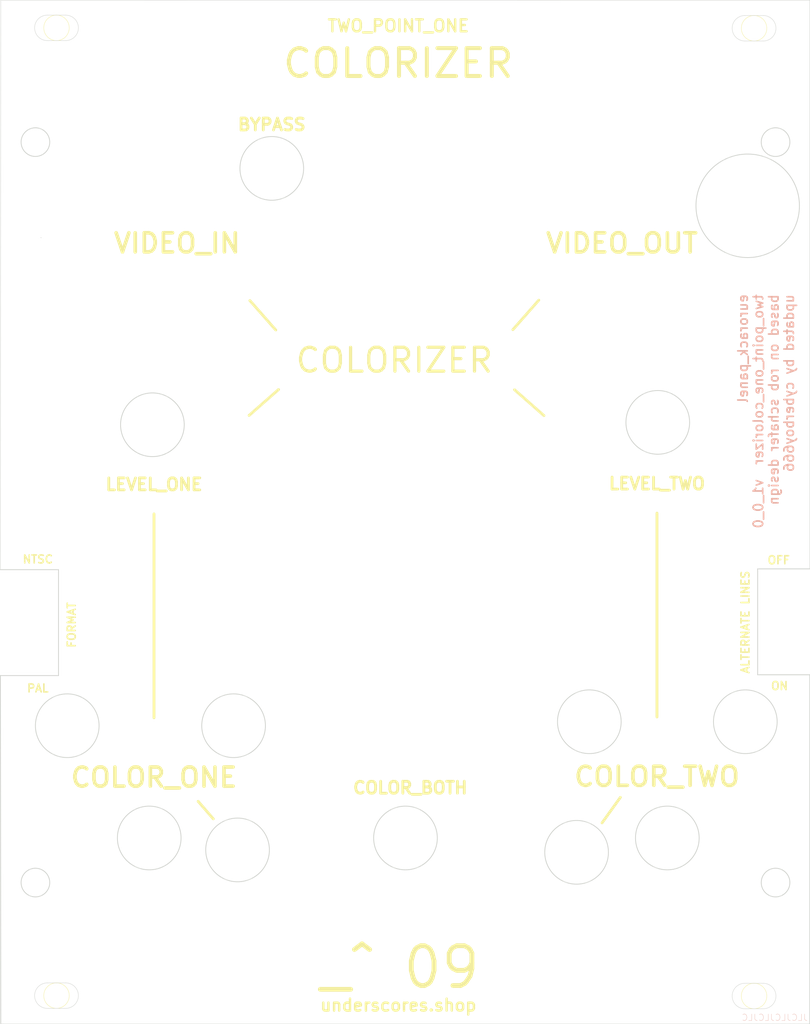
<source format=kicad_pcb>
(kicad_pcb (version 20221018) (generator pcbnew)

  (general
    (thickness 1.6)
  )

  (paper "A4")
  (layers
    (0 "F.Cu" signal)
    (31 "B.Cu" signal)
    (32 "B.Adhes" user "B.Adhesive")
    (33 "F.Adhes" user "F.Adhesive")
    (34 "B.Paste" user)
    (35 "F.Paste" user)
    (36 "B.SilkS" user "B.Silkscreen")
    (37 "F.SilkS" user "F.Silkscreen")
    (38 "B.Mask" user)
    (39 "F.Mask" user)
    (40 "Dwgs.User" user "User.Drawings")
    (41 "Cmts.User" user "User.Comments")
    (42 "Eco1.User" user "User.Eco1")
    (43 "Eco2.User" user "User.Eco2")
    (44 "Edge.Cuts" user)
    (45 "Margin" user)
    (46 "B.CrtYd" user "B.Courtyard")
    (47 "F.CrtYd" user "F.Courtyard")
    (48 "B.Fab" user)
    (49 "F.Fab" user)
    (50 "User.1" user)
    (51 "User.2" user)
    (52 "User.3" user)
    (53 "User.4" user)
    (54 "User.5" user)
    (55 "User.6" user)
    (56 "User.7" user)
    (57 "User.8" user)
    (58 "User.9" user)
  )

  (setup
    (pad_to_mask_clearance 0)
    (pcbplotparams
      (layerselection 0x00010fc_ffffffff)
      (plot_on_all_layers_selection 0x0000000_00000000)
      (disableapertmacros false)
      (usegerberextensions false)
      (usegerberattributes true)
      (usegerberadvancedattributes true)
      (creategerberjobfile true)
      (dashed_line_dash_ratio 12.000000)
      (dashed_line_gap_ratio 3.000000)
      (svgprecision 6)
      (plotframeref false)
      (viasonmask false)
      (mode 1)
      (useauxorigin false)
      (hpglpennumber 1)
      (hpglpenspeed 20)
      (hpglpendiameter 15.000000)
      (dxfpolygonmode true)
      (dxfimperialunits true)
      (dxfusepcbnewfont true)
      (psnegative false)
      (psa4output false)
      (plotreference true)
      (plotvalue true)
      (plotinvisibletext false)
      (sketchpadsonfab false)
      (subtractmaskfromsilk false)
      (outputformat 1)
      (mirror false)
      (drillshape 0)
      (scaleselection 1)
      (outputdirectory "two_point_one_colorizer_v4_1_0_eurorack_panel_mk_i")
    )
  )

  (net 0 "")

  (gr_line (start 88.55 136.5) (end 86.65 134.3)
    (stroke (width 0.35) (type solid)) (layer "F.SilkS") (tstamp 2b4db21a-e2df-4860-a681-8d2fac4ca585))
  (gr_line (start 96.75 82.575) (end 93.05 85.825)
    (stroke (width 0.35) (type solid)) (layer "F.SilkS") (tstamp 5461d874-c19d-476e-a839-f5c82422a2f7))
  (gr_line (start 96.4 75.1) (end 93.15 71.4)
    (stroke (width 0.35) (type solid)) (layer "F.SilkS") (tstamp 76a6028d-09ac-42ab-bb2f-3a230d75b03d))
  (gr_circle (center 68.85 158.7) (end 70.45 158.7)
    (stroke (width 0.05) (type solid)) (fill none) (layer "F.SilkS") (tstamp 7fd8f84b-205b-49ec-881c-e465d79b922e))
  (gr_circle (center 68.85 37.15) (end 70.45 37.15)
    (stroke (width 0.05) (type solid)) (fill none) (layer "F.SilkS") (tstamp 81dfdc5a-b578-44b4-a576-203199afcc54))
  (gr_circle (center 156.5 158.75) (end 158.1 158.75)
    (stroke (width 0.05) (type solid)) (fill none) (layer "F.SilkS") (tstamp 93495cd1-2d04-4be4-b725-afab8a726ee8))
  (gr_line (start 137.4 137) (end 139.7 133.8)
    (stroke (width 0.35) (type solid)) (layer "F.SilkS") (tstamp ae12f120-45c7-4ce4-b0b2-5e65415a6622))
  (gr_line (start 144.3 98.1) (end 144.3 123.7)
    (stroke (width 0.35) (type solid)) (layer "F.SilkS") (tstamp ae5d28a1-bd38-4448-bf99-0f57d85b9e56))
  (gr_line (start 130.1 85.85) (end 126.4 82.6)
    (stroke (width 0.35) (type solid)) (layer "F.SilkS") (tstamp b4f109d1-719e-4c42-ad47-bd472cbc8f90))
  (gr_circle (center 156.5 37.2) (end 158.1 37.2)
    (stroke (width 0.05) (type solid)) (fill none) (layer "F.SilkS") (tstamp bd81905f-68ba-4a08-9f3a-d1cf8ff1546c))
  (gr_line (start 81.1 98.2) (end 81.1 123.8)
    (stroke (width 0.35) (type solid)) (layer "F.SilkS") (tstamp d247182c-7001-4eb9-96cc-65cadbc8f322))
  (gr_line (start 129.45 71.35) (end 126.2 75.05)
    (stroke (width 0.35) (type solid)) (layer "F.SilkS") (tstamp d8e6b331-5dde-45ee-8651-ee6d21332655))
  (gr_line (start 70 160.3) (end 67.7 160.3)
    (stroke (width 0.05) (type solid)) (layer "Edge.Cuts") (tstamp 125b539f-d751-4df1-84a9-ee497d158959))
  (gr_line (start 70 157.1) (end 67.7 157.1)
    (stroke (width 0.05) (type solid)) (layer "Edge.Cuts") (tstamp 186b6bd2-20f5-4eed-914b-64553ec9f89d))
  (gr_line (start 157.65 160.35) (end 155.35 160.35)
    (stroke (width 0.05) (type solid)) (layer "Edge.Cuts") (tstamp 1e03a439-99ac-429b-b1a8-858d710b74f6))
  (gr_arc (start 67.7 38.75) (mid 66.1 37.15) (end 67.7 35.55)
    (stroke (width 0.05) (type solid)) (layer "Edge.Cuts") (tstamp 2076af26-f211-4823-bf92-81c25260b6a0))
  (gr_line (start 70 35.55) (end 67.7 35.55)
    (stroke (width 0.05) (type solid)) (layer "Edge.Cuts") (tstamp 2087ea6f-da6b-414c-8644-1db3c8d5eff8))
  (gr_circle (center 91.6 140.4) (end 95.6 140.4)
    (stroke (width 0.1) (type solid)) (fill none) (layer "Edge.Cuts") (tstamp 20b480c6-7aa4-407f-be62-33f3e152c5d1))
  (gr_line (start 163.5 105.1) (end 163.5 33.682234)
    (stroke (width 0.05) (type solid)) (layer "Edge.Cuts") (tstamp 2f74c48d-0638-49da-90ef-97e2515467ab))
  (gr_line (start 157.65 38.8) (end 155.35 38.8)
    (stroke (width 0.05) (type solid)) (layer "Edge.Cuts") (tstamp 3154abed-93cd-4892-97be-08d82383ffd2))
  (gr_circle (center 135.8 124.3) (end 139.8 124.3)
    (stroke (width 0.1) (type solid)) (fill none) (layer "Edge.Cuts") (tstamp 3bc86c6a-a91e-44dd-9c56-c78b6951ec45))
  (gr_circle (center 70.2 124.8) (end 74.2 124.8)
    (stroke (width 0.1) (type solid)) (fill none) (layer "Edge.Cuts") (tstamp 3d89fe31-9332-4c04-a5eb-d8c281575444))
  (gr_circle (center 112.7 138.9) (end 116.7 138.9)
    (stroke (width 0.1) (type solid)) (fill none) (layer "Edge.Cuts") (tstamp 4a2a9943-f078-4082-9c7b-d4415012537f))
  (gr_circle (center 66.2 144.5) (end 68 144.5)
    (stroke (width 0.1) (type solid)) (fill none) (layer "Edge.Cuts") (tstamp 4b2511e8-acdf-4721-bcbd-d333eae706f6))
  (gr_circle (center 145.6 138.9) (end 149.6 138.9)
    (stroke (width 0.1) (type solid)) (fill none) (layer "Edge.Cuts") (tstamp 521523c9-a3f7-4832-82b9-1b9e5086b88e))
  (gr_circle (center 155.4 124.3) (end 159.4 124.3)
    (stroke (width 0.1) (type solid)) (fill none) (layer "Edge.Cuts") (tstamp 5b643d9a-0150-4d8f-a547-06a6b4c904d7))
  (gr_line (start 156.95 105.1) (end 156.95 118.4)
    (stroke (width 0.1) (type solid)) (layer "Edge.Cuts") (tstamp 5bd9cc6d-43ad-4e0b-88a0-9388db22ad17))
  (gr_circle (center 134.2 140.7) (end 138.2 140.7)
    (stroke (width 0.1) (type solid)) (fill none) (layer "Edge.Cuts") (tstamp 5ef2a1e1-e9a9-4407-91b1-9828d3cffa15))
  (gr_circle (center 80.9 87) (end 84.9 87)
    (stroke (width 0.1) (type solid)) (fill none) (layer "Edge.Cuts") (tstamp 6639001a-a7dc-4171-8f44-631887acc781))
  (gr_line (start 163.5 118.4) (end 163.5 162.25)
    (stroke (width 0.1) (type solid)) (layer "Edge.Cuts") (tstamp 68c886a6-1d99-4c92-8449-443fa0be43fe))
  (gr_circle (center 80.5 138.9) (end 84.5 138.9)
    (stroke (width 0.1) (type solid)) (fill none) (layer "Edge.Cuts") (tstamp 69649ef1-dcdc-4828-913d-8d58f72f20c8))
  (gr_circle (center 159.2 144.5) (end 161 144.5)
    (stroke (width 0.1) (type solid)) (fill none) (layer "Edge.Cuts") (tstamp 77b5e586-744a-4400-95b4-0d9e7215f9ce))
  (gr_circle (center 91.1 124.8) (end 95.1 124.8)
    (stroke (width 0.1) (type solid)) (fill none) (layer "Edge.Cuts") (tstamp 7cdff068-4224-4930-8713-dd3301bda742))
  (gr_line (start 61.8 118.5) (end 61.85 162.25)
    (stroke (width 0.1) (type solid)) (layer "Edge.Cuts") (tstamp 804bc2b0-6e5f-4663-8351-81c9b8afc8cf))
  (gr_line (start 69.1 105.2) (end 69.1 118.5)
    (stroke (width 0.1) (type solid)) (layer "Edge.Cuts") (tstamp 80aa89fc-2333-44ef-8136-f283a93c16da))
  (gr_line (start 61.8 105.2) (end 69.1 105.2)
    (stroke (width 0.1) (type solid)) (layer "Edge.Cuts") (tstamp 82c58a53-48ce-46be-8f7e-7bbeb0b3bcf7))
  (gr_arc (start 157.65 35.6) (mid 159.25 37.2) (end 157.65 38.8)
    (stroke (width 0.05) (type solid)) (layer "Edge.Cuts") (tstamp 93dab433-ccef-4d8e-bdd6-35b438226872))
  (gr_line (start 61.85 33.675) (end 163.5 33.682234)
    (stroke (width 0.05) (type solid)) (layer "Edge.Cuts") (tstamp ae142e73-79e5-47e2-960e-3468f4f4e5bb))
  (gr_circle (center 159.2 51.5) (end 161 51.5)
    (stroke (width 0.1) (type solid)) (fill none) (layer "Edge.Cuts") (tstamp b1d87c1e-a460-4977-8d34-9040dcd20930))
  (gr_arc (start 70 35.55) (mid 71.6 37.15) (end 70 38.75)
    (stroke (width 0.05) (type solid)) (layer "Edge.Cuts") (tstamp ba46fa1a-3e0b-4b6a-8aa3-333e8cd8c23d))
  (gr_line (start 163.5 105.1) (end 156.95 105.1)
    (stroke (width 0.1) (type solid)) (layer "Edge.Cuts") (tstamp be891537-cecd-4bd2-8312-f43fbe853290))
  (gr_circle (center 144.4 86.7) (end 148.4 86.7)
    (stroke (width 0.1) (type solid)) (fill none) (layer "Edge.Cuts") (tstamp c7284362-58c9-49b0-b2db-e0d60fc18bf1))
  (gr_circle (center 95.9 54.8) (end 99.9 54.8)
    (stroke (width 0.1) (type solid)) (fill none) (layer "Edge.Cuts") (tstamp cc36f999-df3e-47ed-8178-42ac27ad623f))
  (gr_circle (center 66.2 51.5) (end 68 51.5)
    (stroke (width 0.1) (type solid)) (fill none) (layer "Edge.Cuts") (tstamp cec5fb07-d43c-4630-a642-858b369a373f))
  (gr_line (start 69.1 118.5) (end 61.8 118.5)
    (stroke (width 0.1) (type solid)) (layer "Edge.Cuts") (tstamp d0dc23ab-7fc8-4a02-9170-ac6332deba54))
  (gr_line (start 70 38.75) (end 67.7 38.75)
    (stroke (width 0.05) (type solid)) (layer "Edge.Cuts") (tstamp d13a4bf9-7907-4915-9cb5-55ac31a2e78c))
  (gr_arc (start 70 157.1) (mid 71.6 158.7) (end 70 160.3)
    (stroke (width 0.05) (type solid)) (layer "Edge.Cuts") (tstamp d2133c06-ae59-466d-85c1-b556af12fae6))
  (gr_line (start 156.95 118.4) (end 163.5 118.4)
    (stroke (width 0.1) (type solid)) (layer "Edge.Cuts") (tstamp d43963ca-68af-407f-8fbc-e0e76dd60849))
  (gr_arc (start 157.65 157.15) (mid 159.25 158.75) (end 157.65 160.35)
    (stroke (width 0.05) (type solid)) (layer "Edge.Cuts") (tstamp d616c136-6ccb-409e-9f7c-a2e6b4f6e7c3))
  (gr_arc (start 67.7 160.3) (mid 66.1 158.7) (end 67.7 157.1)
    (stroke (width 0.05) (type solid)) (layer "Edge.Cuts") (tstamp d74d3eae-b3c0-4b24-9fd5-005b939f5eba))
  (gr_circle (center 66.9 63.5) (end 66.9 63.5)
    (stroke (width 0.05) (type solid)) (fill none) (layer "Edge.Cuts") (tstamp e9583fef-97c0-4b2a-921c-4acd75e65cc6))
  (gr_line (start 61.8 105.2) (end 61.85 33.675)
    (stroke (width 0.05) (type solid)) (layer "Edge.Cuts") (tstamp eba00d24-f43c-4a68-ab0b-6eec75134734))
  (gr_line (start 163.5 162.25) (end 61.85 162.25)
    (stroke (width 0.05) (type solid)) (layer "Edge.Cuts") (tstamp f4064de6-6fda-41ff-8383-b7687968fb91))
  (gr_circle (center 155.7 59.5) (end 162.2 59.5)
    (stroke (width 0.1) (type solid)) (fill none) (layer "Edge.Cuts") (tstamp f5ef5775-f208-4f79-9dfe-9049eeb7f56f))
  (gr_line (start 157.65 157.15) (end 155.35 157.15)
    (stroke (width 0.05) (type solid)) (layer "Edge.Cuts") (tstamp f8d189fb-517c-41db-a9b0-c2a0e274b6f2))
  (gr_arc (start 155.35 160.35) (mid 153.75 158.75) (end 155.35 157.15)
    (stroke (width 0.05) (type solid)) (layer "Edge.Cuts") (tstamp f9e0a62b-1f6e-46c5-b9ef-555ab7ae0f8e))
  (gr_line (start 157.65 35.6) (end 155.35 35.6)
    (stroke (width 0.05) (type solid)) (layer "Edge.Cuts") (tstamp fa22c6c7-1b66-426a-b493-145cd49b5073))
  (gr_arc (start 155.35 38.8) (mid 153.75 37.2) (end 155.35 35.6)
    (stroke (width 0.05) (type solid)) (layer "Edge.Cuts") (tstamp fef7d446-643c-49ae-ae47-28e1565af70f))
  (gr_text "JLCJLCJLCJLC" (at 159.1 161.45) (layer "B.SilkS") (tstamp 43e0ca61-0ce6-4dea-9a43-8c2caa80849f)
    (effects (font (size 0.81 0.81) (thickness 0.03775)) (justify mirror))
  )
  (gr_text "eurorack_panel\ntwo_point_one_colorizer  v1_0_0\nbased on rob schafer design\nupdated by cyberboy666" (at 158 70.5 90) (layer "B.SilkS") (tstamp 6a9d12e7-cd21-4727-9e69-c1c58dad574d)
    (effects (font (size 1.2 1.2) (thickness 0.2)) (justify left mirror))
  )
  (gr_text "COLOR_TWO" (at 144.3 131.2) (layer "F.SilkS") (tstamp 0a4991fa-6254-40cf-b5d4-08af88ab043a)
    (effects (font (size 2.4 2.4) (thickness 0.45)))
  )
  (gr_text "ON" (at 159.7 119.8) (layer "F.SilkS") (tstamp 18b06ec7-38ae-441f-8192-1e249640e696)
    (effects (font (size 1 1) (thickness 0.2)))
  )
  (gr_text "COLORIZER" (at 111.3 78.9) (layer "F.SilkS") (tstamp 1e3ee626-eec6-4e7d-8cab-2c8b72da8e59)
    (effects (font (size 3 3) (thickness 0.4)))
  )
  (gr_text "NTSC" (at 66.5 103.9) (layer "F.SilkS") (tstamp 2b13e0f5-61e5-4afd-8cd4-77342bef33e1)
    (effects (font (size 1 1) (thickness 0.2)))
  )
  (gr_text "LEVEL_ONE" (at 81.1 94.5) (layer "F.SilkS") (tstamp 3439af08-182f-4c05-b0f4-0f4336f468d3)
    (effects (font (size 1.5 1.5) (thickness 0.35)))
  )
  (gr_text "COLORIZER" (at 111.8 41.6) (layer "F.SilkS") (tstamp 4fba244e-7af1-4795-9dfd-aa68fdfad5ae)
    (effects (font (size 3.5 3.5) (thickness 0.5)))
  )
  (gr_text "_^ 09" (at 112 155.15) (layer "F.SilkS") (tstamp 5c56cbfa-249a-42da-8069-3f18a6d0ac5c)
    (effects (font (size 5 5) (thickness 0.6)))
  )
  (gr_text "COLOR_ONE" (at 81.1 131.3) (layer "F.SilkS") (tstamp 670d4bd2-8121-4f9c-a195-3a21b3448764)
    (effects (font (size 2.4 2.4) (thickness 0.45)))
  )
  (gr_text "PAL" (at 66.5 120.1) (layer "F.SilkS") (tstamp 688e6af3-a23f-4ac9-a18b-ca9ff2f42a40)
    (effects (font (size 1 1) (thickness 0.2)))
  )
  (gr_text "TWO_POINT_ONE" (at 111.8 36.9) (layer "F.SilkS") (tstamp 6c3a401d-28d5-4d32-88a9-05aee3af068b)
    (effects (font (size 1.5 1.5) (thickness 0.3)))
  )
  (gr_text "LEVEL_TWO" (at 144.3 94.4) (layer "F.SilkS") (tstamp 6e79074f-1b5b-4416-9a60-0a6e5e31c2e9)
    (effects (font (size 1.5 1.5) (thickness 0.35)))
  )
  (gr_text "BYPASS" (at 95.9 49.3) (layer "F.SilkS") (tstamp 708b0612-b176-4ec3-bcaf-939290e12d46)
    (effects (font (size 1.5 1.5) (thickness 0.35)))
  )
  (gr_text "underscores.shop" (at 111.8 159.9) (layer "F.SilkS") (tstamp 73d522df-e6b6-4383-8f48-d5afbdeec8f2)
    (effects (font (size 1.5 1.5) (thickness 0.3)))
  )
  (gr_text "VIDEO_IN" (at 84 64.2) (layer "F.SilkS") (tstamp 86202d72-e4e1-4245-83eb-e288895f90fe)
    (effects (font (size 2.4 2.4) (thickness 0.45)))
  )
  (gr_text "FORMAT" (at 70.75 112.15 90) (layer "F.SilkS") (tstamp 91ba8181-7ec8-40fb-934d-52618f253225)
    (effects (font (size 1 1) (thickness 0.2)))
  )
  (gr_text "COLOR_BOTH" (at 113.3 132.6) (layer "F.SilkS") (tstamp 95493c80-94bb-45a4-bb10-3174b8301c01)
    (effects (font (size 1.5 1.5) (thickness 0.35)))
  )
  (gr_text "VIDEO_OUT" (at 139.9 64.2) (layer "F.SilkS") (tstamp ba0cb591-9c3c-48e3-8901-382f7422a7cd)
    (effects (font (size 2.4 2.4) (thickness 0.45)))
  )
  (gr_text "ALTERNATE LINES" (at 155.4 111.8 90) (layer "F.SilkS") (tstamp f06d75bb-a270-47bd-9598-c7baf1c3ed70)
    (effects (font (size 1 1) (thickness 0.2)))
  )
  (gr_text "OFF" (at 159.6 104) (layer "F.SilkS") (tstamp f744f155-f712-4a5f-a57f-b8a3ee0944e7)
    (effects (font (size 1 1) (thickness 0.2)))
  )

)

</source>
